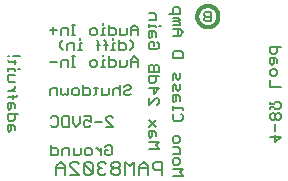
<source format=gbr>
G04 EAGLE Gerber RS-274X export*
G75*
%MOMM*%
%FSLAX34Y34*%
%LPD*%
%INSilkscreen Bottom*%
%IPPOS*%
%AMOC8*
5,1,8,0,0,1.08239X$1,22.5*%
G01*
%ADD10C,0.127000*%
%ADD11C,0.152400*%
%ADD12C,0.304800*%
%ADD13C,0.203200*%


D10*
X117085Y123825D02*
X117085Y129757D01*
X114119Y132723D01*
X111153Y129757D01*
X111153Y123825D01*
X111153Y128274D02*
X117085Y128274D01*
X107730Y129757D02*
X107730Y125308D01*
X106247Y123825D01*
X101798Y123825D01*
X101798Y129757D01*
X92443Y132723D02*
X92443Y123825D01*
X96892Y123825D01*
X98375Y125308D01*
X98375Y128274D01*
X96892Y129757D01*
X92443Y129757D01*
X89019Y129757D02*
X87537Y129757D01*
X87537Y123825D01*
X89019Y123825D02*
X86054Y123825D01*
X87537Y132723D02*
X87537Y134206D01*
X81300Y123825D02*
X78334Y123825D01*
X76851Y125308D01*
X76851Y128274D01*
X78334Y129757D01*
X81300Y129757D01*
X82783Y128274D01*
X82783Y125308D01*
X81300Y123825D01*
X64072Y123825D02*
X61106Y123825D01*
X62589Y123825D02*
X62589Y132723D01*
X64072Y132723D02*
X61106Y132723D01*
X57835Y129757D02*
X57835Y123825D01*
X57835Y129757D02*
X53387Y129757D01*
X51904Y128274D01*
X51904Y123825D01*
X48480Y128274D02*
X42549Y128274D01*
X45514Y131240D02*
X45514Y125308D01*
X117085Y103087D02*
X117085Y97155D01*
X117085Y103087D02*
X114119Y106053D01*
X111153Y103087D01*
X111153Y97155D01*
X111153Y101604D02*
X117085Y101604D01*
X107730Y103087D02*
X107730Y98638D01*
X106247Y97155D01*
X101798Y97155D01*
X101798Y103087D01*
X92443Y106053D02*
X92443Y97155D01*
X96892Y97155D01*
X98375Y98638D01*
X98375Y101604D01*
X96892Y103087D01*
X92443Y103087D01*
X89019Y103087D02*
X87537Y103087D01*
X87537Y97155D01*
X89019Y97155D02*
X86054Y97155D01*
X87537Y106053D02*
X87537Y107536D01*
X81300Y97155D02*
X78334Y97155D01*
X76851Y98638D01*
X76851Y101604D01*
X78334Y103087D01*
X81300Y103087D01*
X82783Y101604D01*
X82783Y98638D01*
X81300Y97155D01*
X64072Y97155D02*
X61106Y97155D01*
X62589Y97155D02*
X62589Y106053D01*
X64072Y106053D02*
X61106Y106053D01*
X57835Y103087D02*
X57835Y97155D01*
X57835Y103087D02*
X53387Y103087D01*
X51904Y101604D01*
X51904Y97155D01*
X48480Y101604D02*
X42549Y101604D01*
X105495Y80440D02*
X106978Y81923D01*
X109944Y81923D01*
X111427Y80440D01*
X111427Y78957D01*
X109944Y77474D01*
X106978Y77474D01*
X105495Y75991D01*
X105495Y74508D01*
X106978Y73025D01*
X109944Y73025D01*
X111427Y74508D01*
X102071Y73025D02*
X102071Y81923D01*
X100588Y78957D02*
X102071Y77474D01*
X100588Y78957D02*
X97623Y78957D01*
X96140Y77474D01*
X96140Y73025D01*
X92716Y74508D02*
X92716Y78957D01*
X92716Y74508D02*
X91233Y73025D01*
X86784Y73025D01*
X86784Y78957D01*
X81878Y80440D02*
X81878Y74508D01*
X80395Y73025D01*
X80395Y78957D02*
X83361Y78957D01*
X71193Y81923D02*
X71193Y73025D01*
X75641Y73025D01*
X77124Y74508D01*
X77124Y77474D01*
X75641Y78957D01*
X71193Y78957D01*
X66286Y73025D02*
X63320Y73025D01*
X61837Y74508D01*
X61837Y77474D01*
X63320Y78957D01*
X66286Y78957D01*
X67769Y77474D01*
X67769Y74508D01*
X66286Y73025D01*
X58414Y74508D02*
X58414Y78957D01*
X58414Y74508D02*
X56931Y73025D01*
X55448Y74508D01*
X53965Y73025D01*
X52482Y74508D01*
X52482Y78957D01*
X49059Y78957D02*
X49059Y73025D01*
X49059Y78957D02*
X44610Y78957D01*
X43127Y77474D01*
X43127Y73025D01*
X90079Y46355D02*
X96011Y46355D01*
X90079Y52287D01*
X90079Y53770D01*
X91562Y55253D01*
X94528Y55253D01*
X96011Y53770D01*
X86655Y50804D02*
X80724Y50804D01*
X77300Y55253D02*
X71368Y55253D01*
X77300Y55253D02*
X77300Y50804D01*
X74334Y52287D01*
X72851Y52287D01*
X71368Y50804D01*
X71368Y47838D01*
X72851Y46355D01*
X75817Y46355D01*
X77300Y47838D01*
X67945Y49321D02*
X67945Y55253D01*
X67945Y49321D02*
X64979Y46355D01*
X62013Y49321D01*
X62013Y55253D01*
X58590Y55253D02*
X58590Y46355D01*
X54141Y46355D01*
X52658Y47838D01*
X52658Y53770D01*
X54141Y55253D01*
X58590Y55253D01*
X44786Y55253D02*
X43303Y53770D01*
X44786Y55253D02*
X47752Y55253D01*
X49235Y53770D01*
X49235Y47838D01*
X47752Y46355D01*
X44786Y46355D01*
X43303Y47838D01*
X89299Y29640D02*
X90782Y31123D01*
X93748Y31123D01*
X95231Y29640D01*
X95231Y23708D01*
X93748Y22225D01*
X90782Y22225D01*
X89299Y23708D01*
X89299Y26674D01*
X92265Y26674D01*
X85876Y28157D02*
X85876Y22225D01*
X85876Y25191D02*
X82910Y28157D01*
X81427Y28157D01*
X76597Y22225D02*
X73631Y22225D01*
X72148Y23708D01*
X72148Y26674D01*
X73631Y28157D01*
X76597Y28157D01*
X78080Y26674D01*
X78080Y23708D01*
X76597Y22225D01*
X68725Y23708D02*
X68725Y28157D01*
X68725Y23708D02*
X67242Y22225D01*
X62793Y22225D01*
X62793Y28157D01*
X59369Y28157D02*
X59369Y22225D01*
X59369Y28157D02*
X54921Y28157D01*
X53438Y26674D01*
X53438Y22225D01*
X44083Y22225D02*
X44083Y31123D01*
X44083Y22225D02*
X48531Y22225D01*
X50014Y23708D01*
X50014Y26674D01*
X48531Y28157D01*
X44083Y28157D01*
D11*
X137454Y17028D02*
X137454Y5842D01*
X137454Y17028D02*
X131861Y17028D01*
X129997Y15163D01*
X129997Y11435D01*
X131861Y9571D01*
X137454Y9571D01*
X125760Y13299D02*
X125760Y5842D01*
X125760Y13299D02*
X122032Y17028D01*
X118303Y13299D01*
X118303Y5842D01*
X118303Y11435D02*
X125760Y11435D01*
X114066Y5842D02*
X114066Y17028D01*
X110338Y13299D01*
X106609Y17028D01*
X106609Y5842D01*
X102372Y15163D02*
X100508Y17028D01*
X96779Y17028D01*
X94915Y15163D01*
X94915Y13299D01*
X96779Y11435D01*
X94915Y9571D01*
X94915Y7706D01*
X96779Y5842D01*
X100508Y5842D01*
X102372Y7706D01*
X102372Y9571D01*
X100508Y11435D01*
X102372Y13299D01*
X102372Y15163D01*
X100508Y11435D02*
X96779Y11435D01*
X90678Y15163D02*
X88814Y17028D01*
X85085Y17028D01*
X83221Y15163D01*
X83221Y13299D01*
X85085Y11435D01*
X86950Y11435D01*
X85085Y11435D02*
X83221Y9571D01*
X83221Y7706D01*
X85085Y5842D01*
X88814Y5842D01*
X90678Y7706D01*
X78984Y7706D02*
X78984Y15163D01*
X77120Y17028D01*
X73391Y17028D01*
X71527Y15163D01*
X71527Y7706D01*
X73391Y5842D01*
X77120Y5842D01*
X78984Y7706D01*
X71527Y15163D01*
X67290Y5842D02*
X59833Y5842D01*
X67290Y5842D02*
X59833Y13299D01*
X59833Y15163D01*
X61697Y17028D01*
X65426Y17028D01*
X67290Y15163D01*
X55596Y13299D02*
X55596Y5842D01*
X55596Y13299D02*
X51868Y17028D01*
X48139Y13299D01*
X48139Y5842D01*
X48139Y11435D02*
X55596Y11435D01*
D10*
X146685Y4823D02*
X155583Y4823D01*
X152617Y7788D01*
X155583Y10754D01*
X146685Y10754D01*
X146685Y15661D02*
X146685Y18627D01*
X148168Y20110D01*
X151134Y20110D01*
X152617Y18627D01*
X152617Y15661D01*
X151134Y14178D01*
X148168Y14178D01*
X146685Y15661D01*
X146685Y23533D02*
X152617Y23533D01*
X152617Y27982D01*
X151134Y29465D01*
X146685Y29465D01*
X146685Y34371D02*
X146685Y37337D01*
X148168Y38820D01*
X151134Y38820D01*
X152617Y37337D01*
X152617Y34371D01*
X151134Y32888D01*
X148168Y32888D01*
X146685Y34371D01*
X155583Y56047D02*
X154100Y57530D01*
X155583Y56047D02*
X155583Y53081D01*
X154100Y51599D01*
X148168Y51599D01*
X146685Y53081D01*
X146685Y56047D01*
X148168Y57530D01*
X155583Y60954D02*
X155583Y62437D01*
X146685Y62437D01*
X146685Y60954D02*
X146685Y63920D01*
X152617Y68673D02*
X152617Y71639D01*
X151134Y73122D01*
X146685Y73122D01*
X146685Y68673D01*
X148168Y67191D01*
X149651Y68673D01*
X149651Y73122D01*
X146685Y76546D02*
X146685Y80995D01*
X148168Y82477D01*
X149651Y80995D01*
X149651Y78029D01*
X151134Y76546D01*
X152617Y78029D01*
X152617Y82477D01*
X146685Y85901D02*
X146685Y90350D01*
X148168Y91833D01*
X149651Y90350D01*
X149651Y87384D01*
X151134Y85901D01*
X152617Y87384D01*
X152617Y91833D01*
X155583Y104611D02*
X146685Y104611D01*
X146685Y109060D01*
X148168Y110543D01*
X154100Y110543D01*
X155583Y109060D01*
X155583Y104611D01*
X152617Y123322D02*
X146685Y123322D01*
X152617Y123322D02*
X155583Y126288D01*
X152617Y129253D01*
X146685Y129253D01*
X151134Y129253D02*
X151134Y123322D01*
X152617Y132677D02*
X146685Y132677D01*
X152617Y132677D02*
X152617Y134160D01*
X151134Y135643D01*
X146685Y135643D01*
X151134Y135643D02*
X152617Y137126D01*
X151134Y138609D01*
X146685Y138609D01*
X143719Y142032D02*
X152617Y142032D01*
X152617Y146481D01*
X151134Y147964D01*
X148168Y147964D01*
X146685Y146481D01*
X146685Y142032D01*
X135263Y27745D02*
X126365Y27745D01*
X132297Y30711D02*
X135263Y27745D01*
X132297Y30711D02*
X135263Y33677D01*
X126365Y33677D01*
X132297Y38584D02*
X132297Y41549D01*
X130814Y43032D01*
X126365Y43032D01*
X126365Y38584D01*
X127848Y37101D01*
X129331Y38584D01*
X129331Y43032D01*
X132297Y46456D02*
X126365Y52388D01*
X126365Y46456D02*
X132297Y52388D01*
X126365Y65166D02*
X126365Y71098D01*
X126365Y65166D02*
X132297Y71098D01*
X133780Y71098D01*
X135263Y69615D01*
X135263Y66649D01*
X133780Y65166D01*
X135263Y78970D02*
X126365Y78970D01*
X130814Y74521D02*
X135263Y78970D01*
X130814Y80453D02*
X130814Y74521D01*
X135263Y89808D02*
X126365Y89808D01*
X126365Y85359D01*
X127848Y83877D01*
X130814Y83877D01*
X132297Y85359D01*
X132297Y89808D01*
X135263Y93232D02*
X126365Y93232D01*
X135263Y93232D02*
X135263Y97681D01*
X133780Y99163D01*
X132297Y99163D01*
X130814Y97681D01*
X129331Y99163D01*
X127848Y99163D01*
X126365Y97681D01*
X126365Y93232D01*
X130814Y93232D02*
X130814Y97681D01*
X135263Y116391D02*
X133780Y117874D01*
X135263Y116391D02*
X135263Y113425D01*
X133780Y111942D01*
X127848Y111942D01*
X126365Y113425D01*
X126365Y116391D01*
X127848Y117874D01*
X130814Y117874D01*
X130814Y114908D01*
X132297Y122780D02*
X132297Y125746D01*
X130814Y127229D01*
X126365Y127229D01*
X126365Y122780D01*
X127848Y121297D01*
X129331Y122780D01*
X129331Y127229D01*
X132297Y130653D02*
X132297Y132135D01*
X126365Y132135D01*
X126365Y130653D02*
X126365Y133618D01*
X135263Y132135D02*
X136746Y132135D01*
X132297Y136889D02*
X126365Y136889D01*
X132297Y136889D02*
X132297Y141338D01*
X130814Y142821D01*
X126365Y142821D01*
X229235Y37915D02*
X238133Y37915D01*
X233684Y33467D01*
X233684Y39398D01*
X233684Y42822D02*
X233684Y48754D01*
X236650Y52177D02*
X238133Y53660D01*
X238133Y56626D01*
X236650Y58109D01*
X235167Y58109D01*
X233684Y56626D01*
X232201Y58109D01*
X230718Y58109D01*
X229235Y56626D01*
X229235Y53660D01*
X230718Y52177D01*
X232201Y52177D01*
X233684Y53660D01*
X235167Y52177D01*
X236650Y52177D01*
X233684Y53660D02*
X233684Y56626D01*
X229235Y61532D02*
X229235Y63015D01*
X232201Y63015D01*
X233684Y61532D01*
X236650Y61532D01*
X238133Y63015D01*
X238133Y65981D01*
X236650Y67464D01*
X233684Y67464D01*
X232201Y65981D01*
X229235Y65981D01*
X229235Y67464D01*
X229235Y80243D02*
X238133Y80243D01*
X229235Y80243D02*
X229235Y86174D01*
X229235Y91081D02*
X229235Y94047D01*
X230718Y95529D01*
X233684Y95529D01*
X235167Y94047D01*
X235167Y91081D01*
X233684Y89598D01*
X230718Y89598D01*
X229235Y91081D01*
X235167Y100436D02*
X235167Y103402D01*
X233684Y104885D01*
X229235Y104885D01*
X229235Y100436D01*
X230718Y98953D01*
X232201Y100436D01*
X232201Y104885D01*
X229235Y114240D02*
X238133Y114240D01*
X229235Y114240D02*
X229235Y109791D01*
X230718Y108308D01*
X233684Y108308D01*
X235167Y109791D01*
X235167Y114240D01*
X113388Y114091D02*
X110422Y111125D01*
X113388Y114091D02*
X113388Y117057D01*
X110422Y120023D01*
X101220Y120023D02*
X101220Y111125D01*
X105668Y111125D01*
X107151Y112608D01*
X107151Y115574D01*
X105668Y117057D01*
X101220Y117057D01*
X97796Y117057D02*
X96313Y117057D01*
X96313Y111125D01*
X97796Y111125D02*
X94830Y111125D01*
X96313Y120023D02*
X96313Y121506D01*
X90077Y118540D02*
X90077Y111125D01*
X90077Y118540D02*
X88594Y120023D01*
X88594Y115574D02*
X91559Y115574D01*
X83840Y118540D02*
X83840Y111125D01*
X83840Y118540D02*
X82357Y120023D01*
X82357Y115574D02*
X85323Y115574D01*
X69731Y117057D02*
X68248Y117057D01*
X68248Y111125D01*
X69731Y111125D02*
X66765Y111125D01*
X68248Y120023D02*
X68248Y121506D01*
X63494Y117057D02*
X63494Y111125D01*
X63494Y117057D02*
X59045Y117057D01*
X57562Y115574D01*
X57562Y111125D01*
X54139Y111125D02*
X51173Y114091D01*
X51173Y117057D01*
X54139Y120023D01*
X12917Y46491D02*
X12917Y43525D01*
X12917Y46491D02*
X11434Y47974D01*
X6985Y47974D01*
X6985Y43525D01*
X8468Y42042D01*
X9951Y43525D01*
X9951Y47974D01*
X6985Y57329D02*
X15883Y57329D01*
X6985Y57329D02*
X6985Y52880D01*
X8468Y51397D01*
X11434Y51397D01*
X12917Y52880D01*
X12917Y57329D01*
X12917Y62236D02*
X12917Y65201D01*
X11434Y66684D01*
X6985Y66684D01*
X6985Y62236D01*
X8468Y60753D01*
X9951Y62236D01*
X9951Y66684D01*
X6985Y71591D02*
X14400Y71591D01*
X15883Y73074D01*
X11434Y73074D02*
X11434Y70108D01*
X12917Y76345D02*
X6985Y76345D01*
X9951Y76345D02*
X12917Y79310D01*
X12917Y80793D01*
X12917Y84141D02*
X8468Y84141D01*
X6985Y85623D01*
X6985Y90072D01*
X12917Y90072D01*
X12917Y93496D02*
X12917Y94979D01*
X6985Y94979D01*
X6985Y93496D02*
X6985Y96462D01*
X15883Y94979D02*
X17366Y94979D01*
X14400Y101215D02*
X8468Y101215D01*
X6985Y102698D01*
X12917Y102698D02*
X12917Y99733D01*
X8468Y105969D02*
X6985Y105969D01*
X11434Y105969D02*
X17366Y105969D01*
D12*
X167550Y139700D02*
X167553Y139920D01*
X167561Y140141D01*
X167574Y140361D01*
X167593Y140580D01*
X167618Y140799D01*
X167647Y141018D01*
X167682Y141235D01*
X167723Y141452D01*
X167768Y141668D01*
X167819Y141882D01*
X167875Y142095D01*
X167937Y142307D01*
X168003Y142517D01*
X168075Y142725D01*
X168152Y142932D01*
X168234Y143136D01*
X168320Y143339D01*
X168412Y143539D01*
X168509Y143738D01*
X168610Y143933D01*
X168717Y144126D01*
X168828Y144317D01*
X168943Y144504D01*
X169063Y144689D01*
X169188Y144871D01*
X169317Y145049D01*
X169451Y145225D01*
X169588Y145397D01*
X169730Y145565D01*
X169876Y145731D01*
X170026Y145892D01*
X170180Y146050D01*
X170338Y146204D01*
X170499Y146354D01*
X170665Y146500D01*
X170833Y146642D01*
X171005Y146779D01*
X171181Y146913D01*
X171359Y147042D01*
X171541Y147167D01*
X171726Y147287D01*
X171913Y147402D01*
X172104Y147513D01*
X172297Y147620D01*
X172492Y147721D01*
X172691Y147818D01*
X172891Y147910D01*
X173094Y147996D01*
X173298Y148078D01*
X173505Y148155D01*
X173713Y148227D01*
X173923Y148293D01*
X174135Y148355D01*
X174348Y148411D01*
X174562Y148462D01*
X174778Y148507D01*
X174995Y148548D01*
X175212Y148583D01*
X175431Y148612D01*
X175650Y148637D01*
X175869Y148656D01*
X176089Y148669D01*
X176310Y148677D01*
X176530Y148680D01*
X176750Y148677D01*
X176971Y148669D01*
X177191Y148656D01*
X177410Y148637D01*
X177629Y148612D01*
X177848Y148583D01*
X178065Y148548D01*
X178282Y148507D01*
X178498Y148462D01*
X178712Y148411D01*
X178925Y148355D01*
X179137Y148293D01*
X179347Y148227D01*
X179555Y148155D01*
X179762Y148078D01*
X179966Y147996D01*
X180169Y147910D01*
X180369Y147818D01*
X180568Y147721D01*
X180763Y147620D01*
X180956Y147513D01*
X181147Y147402D01*
X181334Y147287D01*
X181519Y147167D01*
X181701Y147042D01*
X181879Y146913D01*
X182055Y146779D01*
X182227Y146642D01*
X182395Y146500D01*
X182561Y146354D01*
X182722Y146204D01*
X182880Y146050D01*
X183034Y145892D01*
X183184Y145731D01*
X183330Y145565D01*
X183472Y145397D01*
X183609Y145225D01*
X183743Y145049D01*
X183872Y144871D01*
X183997Y144689D01*
X184117Y144504D01*
X184232Y144317D01*
X184343Y144126D01*
X184450Y143933D01*
X184551Y143738D01*
X184648Y143539D01*
X184740Y143339D01*
X184826Y143136D01*
X184908Y142932D01*
X184985Y142725D01*
X185057Y142517D01*
X185123Y142307D01*
X185185Y142095D01*
X185241Y141882D01*
X185292Y141668D01*
X185337Y141452D01*
X185378Y141235D01*
X185413Y141018D01*
X185442Y140799D01*
X185467Y140580D01*
X185486Y140361D01*
X185499Y140141D01*
X185507Y139920D01*
X185510Y139700D01*
X185507Y139480D01*
X185499Y139259D01*
X185486Y139039D01*
X185467Y138820D01*
X185442Y138601D01*
X185413Y138382D01*
X185378Y138165D01*
X185337Y137948D01*
X185292Y137732D01*
X185241Y137518D01*
X185185Y137305D01*
X185123Y137093D01*
X185057Y136883D01*
X184985Y136675D01*
X184908Y136468D01*
X184826Y136264D01*
X184740Y136061D01*
X184648Y135861D01*
X184551Y135662D01*
X184450Y135467D01*
X184343Y135274D01*
X184232Y135083D01*
X184117Y134896D01*
X183997Y134711D01*
X183872Y134529D01*
X183743Y134351D01*
X183609Y134175D01*
X183472Y134003D01*
X183330Y133835D01*
X183184Y133669D01*
X183034Y133508D01*
X182880Y133350D01*
X182722Y133196D01*
X182561Y133046D01*
X182395Y132900D01*
X182227Y132758D01*
X182055Y132621D01*
X181879Y132487D01*
X181701Y132358D01*
X181519Y132233D01*
X181334Y132113D01*
X181147Y131998D01*
X180956Y131887D01*
X180763Y131780D01*
X180568Y131679D01*
X180369Y131582D01*
X180169Y131490D01*
X179966Y131404D01*
X179762Y131322D01*
X179555Y131245D01*
X179347Y131173D01*
X179137Y131107D01*
X178925Y131045D01*
X178712Y130989D01*
X178498Y130938D01*
X178282Y130893D01*
X178065Y130852D01*
X177848Y130817D01*
X177629Y130788D01*
X177410Y130763D01*
X177191Y130744D01*
X176971Y130731D01*
X176750Y130723D01*
X176530Y130720D01*
X176310Y130723D01*
X176089Y130731D01*
X175869Y130744D01*
X175650Y130763D01*
X175431Y130788D01*
X175212Y130817D01*
X174995Y130852D01*
X174778Y130893D01*
X174562Y130938D01*
X174348Y130989D01*
X174135Y131045D01*
X173923Y131107D01*
X173713Y131173D01*
X173505Y131245D01*
X173298Y131322D01*
X173094Y131404D01*
X172891Y131490D01*
X172691Y131582D01*
X172492Y131679D01*
X172297Y131780D01*
X172104Y131887D01*
X171913Y131998D01*
X171726Y132113D01*
X171541Y132233D01*
X171359Y132358D01*
X171181Y132487D01*
X171005Y132621D01*
X170833Y132758D01*
X170665Y132900D01*
X170499Y133046D01*
X170338Y133196D01*
X170180Y133350D01*
X170026Y133508D01*
X169876Y133669D01*
X169730Y133835D01*
X169588Y134003D01*
X169451Y134175D01*
X169317Y134351D01*
X169188Y134529D01*
X169063Y134711D01*
X168943Y134896D01*
X168828Y135083D01*
X168717Y135274D01*
X168610Y135467D01*
X168509Y135662D01*
X168412Y135861D01*
X168320Y136061D01*
X168234Y136264D01*
X168152Y136468D01*
X168075Y136675D01*
X168003Y136883D01*
X167937Y137093D01*
X167875Y137305D01*
X167819Y137518D01*
X167768Y137732D01*
X167723Y137948D01*
X167682Y138165D01*
X167647Y138382D01*
X167618Y138601D01*
X167593Y138820D01*
X167574Y139039D01*
X167561Y139259D01*
X167553Y139480D01*
X167550Y139700D01*
D13*
X179070Y135636D02*
X179070Y143771D01*
X175003Y143771D01*
X173647Y142415D01*
X173647Y141059D01*
X175003Y139703D01*
X173647Y138348D01*
X173647Y136992D01*
X175003Y135636D01*
X179070Y135636D01*
X179070Y139703D02*
X175003Y139703D01*
M02*

</source>
